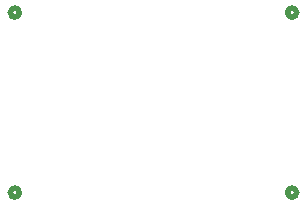
<source format=gbr>
%TF.GenerationSoftware,KiCad,Pcbnew,9.0.3*%
%TF.CreationDate,2025-09-08T11:07:08-04:00*%
%TF.ProjectId,HMS Olfactometer,484d5320-4f6c-4666-9163-746f6d657465,4.1*%
%TF.SameCoordinates,Original*%
%TF.FileFunction,Legend,Bot*%
%TF.FilePolarity,Positive*%
%FSLAX46Y46*%
G04 Gerber Fmt 4.6, Leading zero omitted, Abs format (unit mm)*
G04 Created by KiCad (PCBNEW 9.0.3) date 2025-09-08 11:07:08*
%MOMM*%
%LPD*%
G01*
G04 APERTURE LIST*
%ADD10C,0.508000*%
G04 APERTURE END LIST*
D10*
%TO.C,J19*%
X73168099Y-149165399D02*
G75*
G02*
X72406099Y-149165399I-381000J0D01*
G01*
X72406099Y-149165399D02*
G75*
G02*
X73168099Y-149165399I381000J0D01*
G01*
%TO.C,J18*%
X73168099Y-133925399D02*
G75*
G02*
X72406099Y-133925399I-381000J0D01*
G01*
X72406099Y-133925399D02*
G75*
G02*
X73168099Y-133925399I381000J0D01*
G01*
%TO.C,J16*%
X49690101Y-133925399D02*
G75*
G02*
X48928101Y-133925399I-381000J0D01*
G01*
X48928101Y-133925399D02*
G75*
G02*
X49690101Y-133925399I381000J0D01*
G01*
%TO.C,J17*%
X49690101Y-149165399D02*
G75*
G02*
X48928101Y-149165399I-381000J0D01*
G01*
X48928101Y-149165399D02*
G75*
G02*
X49690101Y-149165399I381000J0D01*
G01*
%TD*%
M02*

</source>
